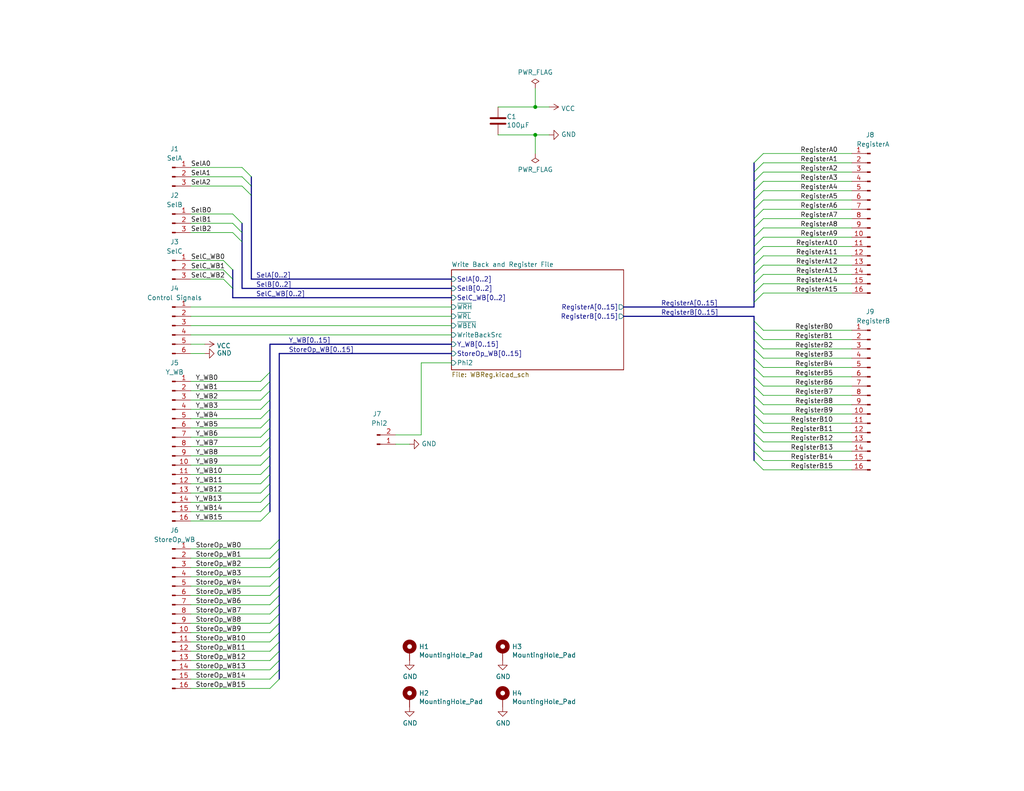
<source format=kicad_sch>
(kicad_sch (version 20230121) (generator eeschema)
  (paper "USLetter")
  (title_block (title "Turtle16: Write Back and Register File") (date "2023-11-04") (rev "B"))
  (lib_symbols
    (symbol "Connector:Conn_01x02_Pin" (pin_names (offset 1.016) hide)
      (property "Reference" "J" (at 0 2.54 0))
      (property "Value" "Conn_01x02_Pin" (at 0 -5.08 0))
      (symbol "Conn_01x02_Pin_1_1"
        (polyline (pts (xy 1.27 -2.54) (xy 0.8636 -2.54)) (stroke (width 0.1524)))
        (polyline (pts (xy 1.27 0) (xy 0.8636 0)) (stroke (width 0.1524)))
        (rectangle (start 0.8636 -2.413) (end 0 -2.667) (stroke (width 0.1524)) (fill (type outline)))
        (rectangle (start 0.8636 0.127) (end 0 -0.127) (stroke (width 0.1524)) (fill (type outline)))
        (pin passive line (at 5.08 0 180) (length 3.81) (name "Pin_1") (number "1"))
        (pin passive line (at 5.08 -2.54 180) (length 3.81) (name "Pin_2") (number "2"))
      )
    )
    (symbol "Connector:Conn_01x03_Pin" (pin_names (offset 1.016) hide)
      (property "Reference" "J" (at 0 5.08 0))
      (property "Value" "Conn_01x03_Pin" (at 0 -5.08 0))
      (symbol "Conn_01x03_Pin_1_1"
        (polyline (pts (xy 1.27 -2.54) (xy 0.8636 -2.54)) (stroke (width 0.1524)))
        (polyline (pts (xy 1.27 0) (xy 0.8636 0)) (stroke (width 0.1524)))
        (polyline (pts (xy 1.27 2.54) (xy 0.8636 2.54)) (stroke (width 0.1524)))
        (rectangle (start 0.8636 -2.413) (end 0 -2.667) (stroke (width 0.1524)) (fill (type outline)))
        (rectangle (start 0.8636 0.127) (end 0 -0.127) (stroke (width 0.1524)) (fill (type outline)))
        (rectangle (start 0.8636 2.667) (end 0 2.413) (stroke (width 0.1524)) (fill (type outline)))
        (pin passive line (at 5.08 2.54 180) (length 3.81) (name "Pin_1") (number "1"))
        (pin passive line (at 5.08 0 180) (length 3.81) (name "Pin_2") (number "2"))
        (pin passive line (at 5.08 -2.54 180) (length 3.81) (name "Pin_3") (number "3"))
      )
    )
    (symbol "Connector:Conn_01x06_Pin" (pin_names (offset 1.016) hide)
      (property "Reference" "J" (at 0 7.62 0))
      (property "Value" "Conn_01x06_Pin" (at 0 -10.16 0))
      (symbol "Conn_01x06_Pin_1_1"
        (polyline (pts (xy 1.27 -7.62) (xy 0.8636 -7.62)) (stroke (width 0.1524)))
        (polyline (pts (xy 1.27 -5.08) (xy 0.8636 -5.08)) (stroke (width 0.1524)))
        (polyline (pts (xy 1.27 -2.54) (xy 0.8636 -2.54)) (stroke (width 0.1524)))
        (polyline (pts (xy 1.27 0) (xy 0.8636 0)) (stroke (width 0.1524)))
        (polyline (pts (xy 1.27 2.54) (xy 0.8636 2.54)) (stroke (width 0.1524)))
        (polyline (pts (xy 1.27 5.08) (xy 0.8636 5.08)) (stroke (width 0.1524)))
        (rectangle (start 0.8636 -7.493) (end 0 -7.747) (stroke (width 0.1524)) (fill (type outline)))
        (rectangle (start 0.8636 -4.953) (end 0 -5.207) (stroke (width 0.1524)) (fill (type outline)))
        (rectangle (start 0.8636 -2.413) (end 0 -2.667) (stroke (width 0.1524)) (fill (type outline)))
        (rectangle (start 0.8636 0.127) (end 0 -0.127) (stroke (width 0.1524)) (fill (type outline)))
        (rectangle (start 0.8636 2.667) (end 0 2.413) (stroke (width 0.1524)) (fill (type outline)))
        (rectangle (start 0.8636 5.207) (end 0 4.953) (stroke (width 0.1524)) (fill (type outline)))
        (pin passive line (at 5.08 5.08 180) (length 3.81) (name "Pin_1") (number "1"))
        (pin passive line (at 5.08 2.54 180) (length 3.81) (name "Pin_2") (number "2"))
        (pin passive line (at 5.08 0 180) (length 3.81) (name "Pin_3") (number "3"))
        (pin passive line (at 5.08 -2.54 180) (length 3.81) (name "Pin_4") (number "4"))
        (pin passive line (at 5.08 -5.08 180) (length 3.81) (name "Pin_5") (number "5"))
        (pin passive line (at 5.08 -7.62 180) (length 3.81) (name "Pin_6") (number "6"))
      )
    )
    (symbol "Connector:Conn_01x16_Pin" (pin_names (offset 1.016) hide)
      (property "Reference" "J" (at 0 20.32 0))
      (property "Value" "Conn_01x16_Pin" (at 0 -22.86 0))
      (symbol "Conn_01x16_Pin_1_1"
        (polyline (pts (xy 1.27 -20.32) (xy 0.8636 -20.32)) (stroke (width 0.1524)))
        (polyline (pts (xy 1.27 -17.78) (xy 0.8636 -17.78)) (stroke (width 0.1524)))
        (polyline (pts (xy 1.27 -15.24) (xy 0.8636 -15.24)) (stroke (width 0.1524)))
        (polyline (pts (xy 1.27 -12.7) (xy 0.8636 -12.7)) (stroke (width 0.1524)))
        (polyline (pts (xy 1.27 -10.16) (xy 0.8636 -10.16)) (stroke (width 0.1524)))
        (polyline (pts (xy 1.27 -7.62) (xy 0.8636 -7.62)) (stroke (width 0.1524)))
        (polyline (pts (xy 1.27 -5.08) (xy 0.8636 -5.08)) (stroke (width 0.1524)))
        (polyline (pts (xy 1.27 -2.54) (xy 0.8636 -2.54)) (stroke (width 0.1524)))
        (polyline (pts (xy 1.27 0) (xy 0.8636 0)) (stroke (width 0.1524)))
        (polyline (pts (xy 1.27 2.54) (xy 0.8636 2.54)) (stroke (width 0.1524)))
        (polyline (pts (xy 1.27 5.08) (xy 0.8636 5.08)) (stroke (width 0.1524)))
        (polyline (pts (xy 1.27 7.62) (xy 0.8636 7.62)) (stroke (width 0.1524)))
        (polyline (pts (xy 1.27 10.16) (xy 0.8636 10.16)) (stroke (width 0.1524)))
        (polyline (pts (xy 1.27 12.7) (xy 0.8636 12.7)) (stroke (width 0.1524)))
        (polyline (pts (xy 1.27 15.24) (xy 0.8636 15.24)) (stroke (width 0.1524)))
        (polyline (pts (xy 1.27 17.78) (xy 0.8636 17.78)) (stroke (width 0.1524)))
        (rectangle (start 0.8636 -20.193) (end 0 -20.447) (stroke (width 0.1524)) (fill (type outline)))
        (rectangle (start 0.8636 -17.653) (end 0 -17.907) (stroke (width 0.1524)) (fill (type outline)))
        (rectangle (start 0.8636 -15.113) (end 0 -15.367) (stroke (width 0.1524)) (fill (type outline)))
        (rectangle (start 0.8636 -12.573) (end 0 -12.827) (stroke (width 0.1524)) (fill (type outline)))
        (rectangle (start 0.8636 -10.033) (end 0 -10.287) (stroke (width 0.1524)) (fill (type outline)))
        (rectangle (start 0.8636 -7.493) (end 0 -7.747) (stroke (width 0.1524)) (fill (type outline)))
        (rectangle (start 0.8636 -4.953) (end 0 -5.207) (stroke (width 0.1524)) (fill (type outline)))
        (rectangle (start 0.8636 -2.413) (end 0 -2.667) (stroke (width 0.1524)) (fill (type outline)))
        (rectangle (start 0.8636 0.127) (end 0 -0.127) (stroke (width 0.1524)) (fill (type outline)))
        (rectangle (start 0.8636 2.667) (end 0 2.413) (stroke (width 0.1524)) (fill (type outline)))
        (rectangle (start 0.8636 5.207) (end 0 4.953) (stroke (width 0.1524)) (fill (type outline)))
        (rectangle (start 0.8636 7.747) (end 0 7.493) (stroke (width 0.1524)) (fill (type outline)))
        (rectangle (start 0.8636 10.287) (end 0 10.033) (stroke (width 0.1524)) (fill (type outline)))
        (rectangle (start 0.8636 12.827) (end 0 12.573) (stroke (width 0.1524)) (fill (type outline)))
        (rectangle (start 0.8636 15.367) (end 0 15.113) (stroke (width 0.1524)) (fill (type outline)))
        (rectangle (start 0.8636 17.907) (end 0 17.653) (stroke (width 0.1524)) (fill (type outline)))
        (pin passive line (at 5.08 17.78 180) (length 3.81) (name "Pin_1") (number "1"))
        (pin passive line (at 5.08 -5.08 180) (length 3.81) (name "Pin_10") (number "10"))
        (pin passive line (at 5.08 -7.62 180) (length 3.81) (name "Pin_11") (number "11"))
        (pin passive line (at 5.08 -10.16 180) (length 3.81) (name "Pin_12") (number "12"))
        (pin passive line (at 5.08 -12.7 180) (length 3.81) (name "Pin_13") (number "13"))
        (pin passive line (at 5.08 -15.24 180) (length 3.81) (name "Pin_14") (number "14"))
        (pin passive line (at 5.08 -17.78 180) (length 3.81) (name "Pin_15") (number "15"))
        (pin passive line (at 5.08 -20.32 180) (length 3.81) (name "Pin_16") (number "16"))
        (pin passive line (at 5.08 15.24 180) (length 3.81) (name "Pin_2") (number "2"))
        (pin passive line (at 5.08 12.7 180) (length 3.81) (name "Pin_3") (number "3"))
        (pin passive line (at 5.08 10.16 180) (length 3.81) (name "Pin_4") (number "4"))
        (pin passive line (at 5.08 7.62 180) (length 3.81) (name "Pin_5") (number "5"))
        (pin passive line (at 5.08 5.08 180) (length 3.81) (name "Pin_6") (number "6"))
        (pin passive line (at 5.08 2.54 180) (length 3.81) (name "Pin_7") (number "7"))
        (pin passive line (at 5.08 0 180) (length 3.81) (name "Pin_8") (number "8"))
        (pin passive line (at 5.08 -2.54 180) (length 3.81) (name "Pin_9") (number "9"))
      )
    )
    (symbol "Device:C" (pin_numbers hide) (pin_names (offset 0.254))
      (property "Reference" "C" (at 0.635 2.54 0))
      (property "Value" "C" (at 0.635 -2.54 0))
      (symbol "C_0_1"
        (polyline (pts (xy -2.032 -0.762) (xy 2.032 -0.762)) (stroke (width 0.508)))
        (polyline (pts (xy -2.032 0.762) (xy 2.032 0.762)) (stroke (width 0.508)))
      )
      (symbol "C_1_1"
        (pin passive line (at 0 3.81 270) (length 2.794) (name "~") (number "1"))
        (pin passive line (at 0 -3.81 90) (length 2.794) (name "~") (number "2"))
      )
    )
    (symbol "Mechanical:MountingHole_Pad" (pin_numbers hide) (pin_names (offset 1.016) hide)
      (property "Reference" "H" (at 0 6.35 0))
      (property "Value" "MountingHole_Pad" (at 0 4.445 0))
      (symbol "MountingHole_Pad_0_1"
        (circle (center 0 1.27) (radius 1.27) (stroke (width 1.27)))
      )
      (symbol "MountingHole_Pad_1_1"
        (pin input line (at 0 -2.54 90) (length 2.54) (name "1") (number "1"))
      )
    )
    (symbol "power:GND" (power) (pin_names (offset 0))
      (property "Value" "GND" (at 0 -3.81 0))
      (symbol "GND_0_1"
        (polyline (pts (xy 0 0) (xy 0 -1.27) (xy 1.27 -1.27) (xy 0 -2.54) (xy -1.27 -1.27) (xy 0 -1.27)))
      )
      (symbol "GND_1_1"
        (pin power_in line (at 0 0 270) (length 0) hide (name "GND") (number "1"))
      )
    )
    (symbol "power:PWR_FLAG" (power) (pin_numbers hide) (pin_names (offset 0) hide)
      (property "Value" "PWR_FLAG" (at 0 3.81 0))
      (symbol "PWR_FLAG_0_0"
        (pin power_out line (at 0 0 90) (length 0) (name "pwr") (number "1"))
      )
      (symbol "PWR_FLAG_0_1"
        (polyline (pts (xy 0 0) (xy 0 1.27) (xy -1.016 1.905) (xy 0 2.54) (xy 1.016 1.905) (xy 0 1.27)))
      )
    )
    (symbol "power:VCC" (power) (pin_names (offset 0))
      (property "Value" "VCC" (at 0 3.81 0))
      (symbol "VCC_0_1"
        (polyline (pts (xy -0.762 1.27) (xy 0 2.54)))
        (polyline (pts (xy 0 0) (xy 0 2.54)))
        (polyline (pts (xy 0 2.54) (xy 0.762 1.27)))
      )
      (symbol "VCC_1_1"
        (pin power_in line (at 0 0 90) (length 0) hide (name "VCC") (number "1"))
      )
    )
  )
  (junction (at 146.05 36.83))
  (junction (at 146.05 29.21))
  (bus_entry (at 208.28 128.27) (size -2.54 -2.54))
  (bus_entry (at 208.28 120.65) (size -2.54 -2.54))
  (bus_entry (at 73.66 157.48) (size 2.54 -2.54))
  (bus_entry (at 208.28 80.01) (size -2.54 2.54))
  (bus_entry (at 73.66 177.8) (size 2.54 -2.54))
  (bus_entry (at 208.28 102.87) (size -2.54 -2.54))
  (bus_entry (at 71.12 127) (size 2.54 -2.54))
  (bus_entry (at 208.28 97.79) (size -2.54 -2.54))
  (bus_entry (at 208.28 77.47) (size -2.54 2.54))
  (bus_entry (at 68.58 53.34) (size -2.54 -2.54))
  (bus_entry (at 208.28 44.45) (size -2.54 2.54))
  (bus_entry (at 63.5 78.74) (size -2.54 -2.54))
  (bus_entry (at 71.12 106.68) (size 2.54 -2.54))
  (bus_entry (at 73.66 167.64) (size 2.54 -2.54))
  (bus_entry (at 208.28 57.15) (size -2.54 2.54))
  (bus_entry (at 208.28 107.95) (size -2.54 -2.54))
  (bus_entry (at 208.28 123.19) (size -2.54 -2.54))
  (bus_entry (at 208.28 125.73) (size -2.54 -2.54))
  (bus_entry (at 208.28 105.41) (size -2.54 -2.54))
  (bus_entry (at 208.28 69.85) (size -2.54 2.54))
  (bus_entry (at 71.12 119.38) (size 2.54 -2.54))
  (bus_entry (at 71.12 116.84) (size 2.54 -2.54))
  (bus_entry (at 208.28 92.71) (size -2.54 -2.54))
  (bus_entry (at 68.58 48.26) (size -2.54 -2.54))
  (bus_entry (at 73.66 165.1) (size 2.54 -2.54))
  (bus_entry (at 71.12 132.08) (size 2.54 -2.54))
  (bus_entry (at 73.66 152.4) (size 2.54 -2.54))
  (bus_entry (at 208.28 62.23) (size -2.54 2.54))
  (bus_entry (at 208.28 52.07) (size -2.54 2.54))
  (bus_entry (at 208.28 113.03) (size -2.54 -2.54))
  (bus_entry (at 73.66 180.34) (size 2.54 -2.54))
  (bus_entry (at 71.12 137.16) (size 2.54 -2.54))
  (bus_entry (at 71.12 124.46) (size 2.54 -2.54))
  (bus_entry (at 73.66 162.56) (size 2.54 -2.54))
  (bus_entry (at 68.58 50.8) (size -2.54 -2.54))
  (bus_entry (at 208.28 74.93) (size -2.54 2.54))
  (bus_entry (at 71.12 129.54) (size 2.54 -2.54))
  (bus_entry (at 208.28 59.69) (size -2.54 2.54))
  (bus_entry (at 71.12 139.7) (size 2.54 -2.54))
  (bus_entry (at 73.66 154.94) (size 2.54 -2.54))
  (bus_entry (at 208.28 115.57) (size -2.54 -2.54))
  (bus_entry (at 63.5 76.2) (size -2.54 -2.54))
  (bus_entry (at 208.28 118.11) (size -2.54 -2.54))
  (bus_entry (at 73.66 175.26) (size 2.54 -2.54))
  (bus_entry (at 73.66 170.18) (size 2.54 -2.54))
  (bus_entry (at 208.28 49.53) (size -2.54 2.54))
  (bus_entry (at 73.66 149.86) (size 2.54 -2.54))
  (bus_entry (at 208.28 100.33) (size -2.54 -2.54))
  (bus_entry (at 73.66 160.02) (size 2.54 -2.54))
  (bus_entry (at 66.04 63.5) (size -2.54 -2.54))
  (bus_entry (at 73.66 172.72) (size 2.54 -2.54))
  (bus_entry (at 208.28 110.49) (size -2.54 -2.54))
  (bus_entry (at 208.28 72.39) (size -2.54 2.54))
  (bus_entry (at 71.12 114.3) (size 2.54 -2.54))
  (bus_entry (at 71.12 109.22) (size 2.54 -2.54))
  (bus_entry (at 71.12 104.14) (size 2.54 -2.54))
  (bus_entry (at 71.12 111.76) (size 2.54 -2.54))
  (bus_entry (at 73.66 185.42) (size 2.54 -2.54))
  (bus_entry (at 71.12 142.24) (size 2.54 -2.54))
  (bus_entry (at 208.28 90.17) (size -2.54 -2.54))
  (bus_entry (at 63.5 73.66) (size -2.54 -2.54))
  (bus_entry (at 73.66 187.96) (size 2.54 -2.54))
  (bus_entry (at 66.04 60.96) (size -2.54 -2.54))
  (bus_entry (at 208.28 95.25) (size -2.54 -2.54))
  (bus_entry (at 208.28 41.91) (size -2.54 2.54))
  (bus_entry (at 73.66 182.88) (size 2.54 -2.54))
  (bus_entry (at 208.28 54.61) (size -2.54 2.54))
  (bus_entry (at 208.28 64.77) (size -2.54 2.54))
  (bus_entry (at 208.28 46.99) (size -2.54 2.54))
  (bus_entry (at 71.12 134.62) (size 2.54 -2.54))
  (bus_entry (at 71.12 121.92) (size 2.54 -2.54))
  (bus_entry (at 208.28 67.31) (size -2.54 2.54))
  (bus_entry (at 66.04 66.04) (size -2.54 -2.54))
  (bus (pts (xy 205.74 110.49) (xy 205.74 113.03)))
  (wire (pts (xy 232.41 113.03) (xy 208.28 113.03)))
  (wire (pts (xy 232.41 80.01) (xy 208.28 80.01)))
  (bus (pts (xy 205.74 90.17) (xy 205.74 92.71)))
  (wire (pts (xy 52.07 116.84) (xy 71.12 116.84)))
  (bus (pts (xy 205.74 69.85) (xy 205.74 72.39)))
  (wire (pts (xy 232.41 95.25) (xy 208.28 95.25)))
  (bus (pts (xy 68.58 48.26) (xy 68.58 50.8)))
  (bus (pts (xy 205.74 97.79) (xy 205.74 100.33)))
  (bus (pts (xy 76.2 165.1) (xy 76.2 167.64)))
  (bus (pts (xy 76.2 160.02) (xy 76.2 162.56)))
  (wire (pts (xy 135.89 36.83) (xy 146.05 36.83)))
  (wire (pts (xy 52.07 119.38) (xy 71.12 119.38)))
  (wire (pts (xy 52.07 104.14) (xy 71.12 104.14)))
  (wire (pts (xy 114.935 99.06) (xy 114.935 118.745)))
  (bus (pts (xy 205.74 102.87) (xy 205.74 105.41)))
  (bus (pts (xy 205.74 115.57) (xy 205.74 118.11)))
  (wire (pts (xy 123.19 99.06) (xy 114.935 99.06)))
  (wire (pts (xy 52.07 124.46) (xy 71.12 124.46)))
  (bus (pts (xy 76.2 149.86) (xy 76.2 152.4)))
  (wire (pts (xy 52.07 142.24) (xy 71.12 142.24)))
  (wire (pts (xy 52.07 177.8) (xy 73.66 177.8)))
  (wire (pts (xy 232.41 128.27) (xy 208.28 128.27)))
  (wire (pts (xy 232.41 64.77) (xy 208.28 64.77)))
  (wire (pts (xy 52.07 48.26) (xy 66.04 48.26)))
  (bus (pts (xy 170.18 86.36) (xy 205.74 86.36)))
  (bus (pts (xy 73.66 134.62) (xy 73.66 137.16)))
  (bus (pts (xy 76.2 172.72) (xy 76.2 175.26)))
  (bus (pts (xy 205.74 49.53) (xy 205.74 52.07)))
  (bus (pts (xy 170.18 83.82) (xy 205.74 83.82)))
  (bus (pts (xy 205.74 92.71) (xy 205.74 95.25)))
  (wire (pts (xy 52.07 111.76) (xy 71.12 111.76)))
  (wire (pts (xy 52.07 86.36) (xy 123.19 86.36)))
  (wire (pts (xy 52.07 121.92) (xy 71.12 121.92)))
  (bus (pts (xy 123.19 93.98) (xy 73.66 93.98)))
  (bus (pts (xy 205.74 44.45) (xy 205.74 46.99)))
  (wire (pts (xy 232.41 115.57) (xy 208.28 115.57)))
  (bus (pts (xy 73.66 132.08) (xy 73.66 134.62)))
  (wire (pts (xy 232.41 41.91) (xy 208.28 41.91)))
  (wire (pts (xy 232.41 69.85) (xy 208.28 69.85)))
  (bus (pts (xy 205.74 54.61) (xy 205.74 57.15)))
  (bus (pts (xy 73.66 129.54) (xy 73.66 132.08)))
  (wire (pts (xy 232.41 46.99) (xy 208.28 46.99)))
  (bus (pts (xy 205.74 64.77) (xy 205.74 67.31)))
  (bus (pts (xy 73.66 93.98) (xy 73.66 101.6)))
  (wire (pts (xy 232.41 92.71) (xy 208.28 92.71)))
  (wire (pts (xy 232.41 90.17) (xy 208.28 90.17)))
  (wire (pts (xy 149.86 29.21) (xy 146.05 29.21)))
  (bus (pts (xy 76.2 180.34) (xy 76.2 182.88)))
  (wire (pts (xy 232.41 120.65) (xy 208.28 120.65)))
  (wire (pts (xy 52.07 60.96) (xy 63.5 60.96)))
  (bus (pts (xy 66.04 60.96) (xy 66.04 63.5)))
  (bus (pts (xy 205.74 120.65) (xy 205.74 123.19)))
  (bus (pts (xy 68.58 53.34) (xy 68.58 76.2)))
  (bus (pts (xy 76.2 175.26) (xy 76.2 177.8)))
  (wire (pts (xy 232.41 52.07) (xy 208.28 52.07)))
  (bus (pts (xy 205.74 107.95) (xy 205.74 110.49)))
  (bus (pts (xy 205.74 62.23) (xy 205.74 64.77)))
  (bus (pts (xy 205.74 52.07) (xy 205.74 54.61)))
  (wire (pts (xy 107.95 121.285) (xy 111.76 121.285)))
  (bus (pts (xy 76.2 182.88) (xy 76.2 185.42)))
  (wire (pts (xy 52.07 180.34) (xy 73.66 180.34)))
  (wire (pts (xy 52.07 182.88) (xy 73.66 182.88)))
  (bus (pts (xy 205.74 57.15) (xy 205.74 59.69)))
  (wire (pts (xy 52.07 137.16) (xy 71.12 137.16)))
  (bus (pts (xy 205.74 59.69) (xy 205.74 62.23)))
  (bus (pts (xy 205.74 105.41) (xy 205.74 107.95)))
  (wire (pts (xy 52.07 149.86) (xy 73.66 149.86)))
  (wire (pts (xy 52.07 152.4) (xy 73.66 152.4)))
  (bus (pts (xy 76.2 147.32) (xy 76.2 149.86)))
  (wire (pts (xy 52.07 83.82) (xy 123.19 83.82)))
  (wire (pts (xy 232.41 72.39) (xy 208.28 72.39)))
  (bus (pts (xy 205.74 86.36) (xy 205.74 87.63)))
  (wire (pts (xy 52.07 187.96) (xy 73.66 187.96)))
  (bus (pts (xy 205.74 118.11) (xy 205.74 120.65)))
  (wire (pts (xy 232.41 105.41) (xy 208.28 105.41)))
  (wire (pts (xy 232.41 67.31) (xy 208.28 67.31)))
  (wire (pts (xy 52.07 132.08) (xy 71.12 132.08)))
  (wire (pts (xy 52.07 172.72) (xy 73.66 172.72)))
  (wire (pts (xy 52.07 139.7) (xy 71.12 139.7)))
  (wire (pts (xy 232.41 97.79) (xy 208.28 97.79)))
  (wire (pts (xy 232.41 110.49) (xy 208.28 110.49)))
  (wire (pts (xy 52.07 114.3) (xy 71.12 114.3)))
  (wire (pts (xy 52.07 185.42) (xy 73.66 185.42)))
  (bus (pts (xy 73.66 106.68) (xy 73.66 109.22)))
  (wire (pts (xy 52.07 58.42) (xy 63.5 58.42)))
  (bus (pts (xy 76.2 162.56) (xy 76.2 165.1)))
  (bus (pts (xy 123.19 81.28) (xy 63.5 81.28)))
  (wire (pts (xy 232.41 59.69) (xy 208.28 59.69)))
  (bus (pts (xy 73.66 121.92) (xy 73.66 124.46)))
  (wire (pts (xy 146.05 24.13) (xy 146.05 29.21)))
  (bus (pts (xy 73.66 114.3) (xy 73.66 116.84)))
  (wire (pts (xy 232.41 118.11) (xy 208.28 118.11)))
  (wire (pts (xy 232.41 49.53) (xy 208.28 49.53)))
  (bus (pts (xy 68.58 76.2) (xy 123.19 76.2)))
  (bus (pts (xy 76.2 177.8) (xy 76.2 180.34)))
  (wire (pts (xy 52.07 175.26) (xy 73.66 175.26)))
  (bus (pts (xy 205.74 72.39) (xy 205.74 74.93)))
  (bus (pts (xy 76.2 167.64) (xy 76.2 170.18)))
  (wire (pts (xy 232.41 123.19) (xy 208.28 123.19)))
  (wire (pts (xy 52.07 71.12) (xy 60.96 71.12)))
  (wire (pts (xy 232.41 74.93) (xy 208.28 74.93)))
  (bus (pts (xy 73.66 101.6) (xy 73.66 104.14)))
  (wire (pts (xy 52.07 106.68) (xy 71.12 106.68)))
  (bus (pts (xy 76.2 157.48) (xy 76.2 160.02)))
  (bus (pts (xy 73.66 137.16) (xy 73.66 139.7)))
  (bus (pts (xy 205.74 113.03) (xy 205.74 115.57)))
  (wire (pts (xy 52.07 162.56) (xy 73.66 162.56)))
  (bus (pts (xy 73.66 124.46) (xy 73.66 127)))
  (bus (pts (xy 73.66 111.76) (xy 73.66 114.3)))
  (wire (pts (xy 114.935 118.745) (xy 107.95 118.745)))
  (wire (pts (xy 146.05 41.91) (xy 146.05 36.83)))
  (bus (pts (xy 63.5 73.66) (xy 63.5 76.2)))
  (wire (pts (xy 232.41 125.73) (xy 208.28 125.73)))
  (wire (pts (xy 232.41 102.87) (xy 208.28 102.87)))
  (wire (pts (xy 52.07 91.44) (xy 123.19 91.44)))
  (bus (pts (xy 205.74 82.55) (xy 205.74 83.82)))
  (wire (pts (xy 52.07 109.22) (xy 71.12 109.22)))
  (wire (pts (xy 232.41 54.61) (xy 208.28 54.61)))
  (bus (pts (xy 76.2 96.52) (xy 76.2 147.32)))
  (bus (pts (xy 76.2 170.18) (xy 76.2 172.72)))
  (wire (pts (xy 232.41 44.45) (xy 208.28 44.45)))
  (bus (pts (xy 73.66 127) (xy 73.66 129.54)))
  (bus (pts (xy 205.74 87.63) (xy 205.74 90.17)))
  (wire (pts (xy 52.07 45.72) (xy 66.04 45.72)))
  (wire (pts (xy 52.07 88.9) (xy 123.19 88.9)))
  (wire (pts (xy 52.07 73.66) (xy 60.96 73.66)))
  (bus (pts (xy 63.5 76.2) (xy 63.5 78.74)))
  (bus (pts (xy 205.74 74.93) (xy 205.74 77.47)))
  (wire (pts (xy 232.41 77.47) (xy 208.28 77.47)))
  (bus (pts (xy 66.04 63.5) (xy 66.04 66.04)))
  (wire (pts (xy 52.07 165.1) (xy 73.66 165.1)))
  (bus (pts (xy 68.58 50.8) (xy 68.58 53.34)))
  (wire (pts (xy 52.07 160.02) (xy 73.66 160.02)))
  (wire (pts (xy 232.41 62.23) (xy 208.28 62.23)))
  (wire (pts (xy 52.07 129.54) (xy 71.12 129.54)))
  (wire (pts (xy 55.88 93.98) (xy 52.07 93.98)))
  (bus (pts (xy 73.66 104.14) (xy 73.66 106.68)))
  (bus (pts (xy 205.74 95.25) (xy 205.74 97.79)))
  (wire (pts (xy 146.05 36.83) (xy 149.86 36.83)))
  (bus (pts (xy 123.19 96.52) (xy 76.2 96.52)))
  (wire (pts (xy 232.41 107.95) (xy 208.28 107.95)))
  (bus (pts (xy 66.04 66.04) (xy 66.04 78.74)))
  (wire (pts (xy 135.89 29.21) (xy 146.05 29.21)))
  (bus (pts (xy 205.74 100.33) (xy 205.74 102.87)))
  (bus (pts (xy 205.74 46.99) (xy 205.74 49.53)))
  (bus (pts (xy 205.74 123.19) (xy 205.74 125.73)))
  (bus (pts (xy 73.66 116.84) (xy 73.66 119.38)))
  (bus (pts (xy 205.74 80.01) (xy 205.74 82.55)))
  (wire (pts (xy 232.41 57.15) (xy 208.28 57.15)))
  (wire (pts (xy 52.07 63.5) (xy 63.5 63.5)))
  (bus (pts (xy 205.74 77.47) (xy 205.74 80.01)))
  (wire (pts (xy 232.41 100.33) (xy 208.28 100.33)))
  (bus (pts (xy 73.66 119.38) (xy 73.66 121.92)))
  (wire (pts (xy 52.07 157.48) (xy 73.66 157.48)))
  (bus (pts (xy 205.74 67.31) (xy 205.74 69.85)))
  (wire (pts (xy 52.07 96.52) (xy 55.88 96.52)))
  (bus (pts (xy 76.2 154.94) (xy 76.2 157.48)))
  (bus (pts (xy 63.5 78.74) (xy 63.5 81.28)))
  (wire (pts (xy 52.07 76.2) (xy 60.96 76.2)))
  (wire (pts (xy 52.07 170.18) (xy 73.66 170.18)))
  (wire (pts (xy 52.07 127) (xy 71.12 127)))
  (wire (pts (xy 52.07 154.94) (xy 73.66 154.94)))
  (wire (pts (xy 52.07 167.64) (xy 73.66 167.64)))
  (bus (pts (xy 66.04 78.74) (xy 123.19 78.74)))
  (bus (pts (xy 73.66 109.22) (xy 73.66 111.76)))
  (bus (pts (xy 76.2 152.4) (xy 76.2 154.94)))
  (wire (pts (xy 52.07 134.62) (xy 71.12 134.62)))
  (wire (pts (xy 52.07 50.8) (xy 66.04 50.8)))
  (label "StoreOp_WB3" (at 53.34 157.48 0))
  (label "RegisterA4" (at 228.6 52.07 180))
  (label "RegisterB15" (at 227.33 128.27 180))
  (label "StoreOp_WB[0..15]" (at 78.74 96.52 0))
  (label "SelC_WB0" (at 52.07 71.12 0))
  (label "RegisterA13" (at 228.6 74.93 180))
  (label "RegisterA0" (at 228.6 41.91 180))
  (label "Y_WB1" (at 53.34 106.68 0))
  (label "RegisterA[0..15]" (at 180.34 83.82 0))
  (label "SelB1" (at 52.07 60.96 0))
  (label "StoreOp_WB7" (at 53.34 167.64 0))
  (label "SelB[0..2]" (at 69.85 78.74 0))
  (label "Y_WB13" (at 53.2146 137.16 0))
  (label "StoreOp_WB9" (at 53.34 172.72 0))
  (label "StoreOp_WB2" (at 53.34 154.94 0))
  (label "StoreOp_WB15" (at 53.34 187.96 0))
  (label "RegisterA8" (at 228.6 62.23 180))
  (label "RegisterA5" (at 228.6 54.61 180))
  (label "RegisterB13" (at 227.33 123.19 180))
  (label "StoreOp_WB8" (at 53.34 170.18 0))
  (label "SelC_WB2" (at 52.07 76.2 0))
  (label "Y_WB14" (at 53.34 139.7 0))
  (label "Y_WB11" (at 53.34 132.08 0))
  (label "RegisterA3" (at 228.6 49.53 180))
  (label "StoreOp_WB14" (at 53.34 185.42 0))
  (label "Y_WB7" (at 53.34 121.92 0))
  (label "Y_WB4" (at 53.34 114.3 0))
  (label "RegisterB9" (at 227.33 113.03 180))
  (label "StoreOp_WB1" (at 53.34 152.4 0))
  (label "StoreOp_WB11" (at 53.34 177.8 0))
  (label "RegisterB12" (at 227.33 120.65 180))
  (label "SelA1" (at 52.07 48.26 0))
  (label "RegisterB1" (at 227.33 92.71 180))
  (label "StoreOp_WB13" (at 53.34 182.88 0))
  (label "RegisterB2" (at 227.33 95.25 180))
  (label "RegisterA10" (at 228.6 67.31 180))
  (label "SelC_WB[0..2]" (at 69.85 81.28 0))
  (label "RegisterA11" (at 228.6 69.85 180))
  (label "RegisterA15" (at 228.6 80.01 180))
  (label "RegisterB11" (at 227.33 118.11 180))
  (label "SelB2" (at 52.07 63.5 0))
  (label "RegisterB10" (at 227.33 115.57 180))
  (label "RegisterB8" (at 227.33 110.49 180))
  (label "Y_WB3" (at 53.34 111.76 0))
  (label "StoreOp_WB12" (at 53.34 180.34 0))
  (label "Y_WB[0..15]" (at 78.74 93.98 0))
  (label "SelA[0..2]" (at 69.85 76.2 0))
  (label "Y_WB6" (at 53.34 119.38 0))
  (label "StoreOp_WB0" (at 53.34 149.86 0))
  (label "Y_WB0" (at 53.34 104.14 0))
  (label "RegisterA9" (at 228.6 64.77 180))
  (label "Y_WB8" (at 53.34 124.46 0))
  (label "RegisterB7" (at 227.33 107.95 180))
  (label "SelA2" (at 52.07 50.8 0))
  (label "SelB0" (at 52.07 58.42 0))
  (label "RegisterA7" (at 228.6 59.69 180))
  (label "RegisterA6" (at 228.6 57.15 180))
  (label "RegisterA1" (at 228.6 44.45 180))
  (label "RegisterA2" (at 228.6 46.99 180))
  (label "Y_WB12" (at 53.34 134.62 0))
  (label "Y_WB5" (at 53.34 116.84 0))
  (label "RegisterA14" (at 228.6 77.47 180))
  (label "Y_WB15" (at 53.34 142.24 0))
  (label "StoreOp_WB6" (at 53.34 165.1 0))
  (label "Y_WB10" (at 53.34 129.54 0))
  (label "RegisterB[0..15]" (at 180.34 86.36 0))
  (label "SelC_WB1" (at 52.07 73.66 0))
  (label "Y_WB9" (at 53.34 127 0))
  (label "StoreOp_WB10" (at 53.34 175.26 0))
  (label "RegisterA12" (at 228.6 72.39 180))
  (label "StoreOp_WB4" (at 53.34 160.02 0))
  (label "RegisterB14" (at 227.33 125.73 180))
  (label "RegisterB0" (at 227.33 90.17 180))
  (label "Y_WB2" (at 53.34 109.22 0))
  (label "RegisterB3" (at 227.33 97.79 180))
  (label "RegisterB5" (at 227.33 102.87 180))
  (label "RegisterB6" (at 227.33 105.41 180))
  (label "StoreOp_WB5" (at 53.34 162.56 0))
  (label "SelA0" (at 52.07 45.72 0))
  (label "RegisterB4" (at 227.33 100.33 180))
  (symbol (lib_id "Mechanical:MountingHole_Pad") (at 111.76 177.8 0) (unit 1)
    (property "Reference" "H1" (at 114.3 176.5554 0) (effects (justify left)))
    (property "Value" "MountingHole_Pad" (at 114.3 178.8668 0) (effects (justify left)))
    (property "Footprint" "MountingHole:MountingHole_3.2mm_M3_Pad" (effects hide))
  )
  (symbol (lib_id "Mechanical:MountingHole_Pad") (at 137.16 177.8 0) (unit 1)
    (property "Reference" "H3" (at 139.7 176.5554 0) (effects (justify left)))
    (property "Value" "MountingHole_Pad" (at 139.7 178.8668 0) (effects (justify left)))
    (property "Footprint" "MountingHole:MountingHole_3.2mm_M3_Pad" (effects hide))
  )
  (symbol (lib_id "power:GND") (at 111.76 180.34 0) (unit 1)
    (property "Reference" "#PWR04" (effects hide))
    (property "Value" "GND" (at 111.887 184.7342 0))
  )
  (symbol (lib_id "power:GND") (at 137.16 180.34 0) (unit 1)
    (property "Reference" "#PWR06" (effects hide))
    (property "Value" "GND" (at 137.287 184.7342 0))
  )
  (symbol (lib_id "Mechanical:MountingHole_Pad") (at 111.76 190.5 0) (unit 1)
    (property "Reference" "H2" (at 114.3 189.2554 0) (effects (justify left)))
    (property "Value" "MountingHole_Pad" (at 114.3 191.5668 0) (effects (justify left)))
    (property "Footprint" "MountingHole:MountingHole_3.2mm_M3_Pad" (effects hide))
  )
  (symbol (lib_id "Mechanical:MountingHole_Pad") (at 137.16 190.5 0) (unit 1)
    (property "Reference" "H4" (at 139.7 189.2554 0) (effects (justify left)))
    (property "Value" "MountingHole_Pad" (at 139.7 191.5668 0) (effects (justify left)))
    (property "Footprint" "MountingHole:MountingHole_3.2mm_M3_Pad" (effects hide))
  )
  (symbol (lib_id "power:GND") (at 111.76 193.04 0) (unit 1)
    (property "Reference" "#PWR05" (effects hide))
    (property "Value" "GND" (at 111.887 197.4342 0))
  )
  (symbol (lib_id "power:GND") (at 137.16 193.04 0) (unit 1)
    (property "Reference" "#PWR07" (effects hide))
    (property "Value" "GND" (at 137.287 197.4342 0))
  )
  (symbol (lib_id "power:VCC") (at 149.86 29.21 270) (unit 1)
    (property "Reference" "#PWR08" (effects hide))
    (property "Value" "VCC" (at 153.1112 29.6418 90) (effects (justify left)))
  )
  (symbol (lib_id "power:GND") (at 149.86 36.83 90) (unit 1)
    (property "Reference" "#PWR09" (effects hide))
    (property "Value" "GND" (at 153.1112 36.703 90) (effects (justify right)))
  )
  (symbol (lib_id "Device:C") (at 135.89 33.02 0) (unit 1)
    (property "Reference" "C1" (at 138.2268 31.8516 0) (effects (justify left)))
    (property "Value" "100µF" (at 138.2268 34.163 0) (effects (justify left)))
    (property "Footprint" "Capacitor_SMD:C_1206_3216Metric_Pad1.33x1.80mm_HandSolder" (effects hide))
    (property "Mouser" "https://www.mouser.com/ProductDetail/963-AMK316ABJ107ML-T" (effects hide))
  )
  (symbol (lib_id "power:PWR_FLAG") (at 146.05 41.91 180) (unit 1)
    (property "Reference" "#FLG02" (effects hide))
    (property "Value" "PWR_FLAG" (at 146.05 46.3042 0))
  )
  (symbol (lib_id "power:PWR_FLAG") (at 146.05 24.13 0) (unit 1)
    (property "Reference" "#FLG01" (effects hide))
    (property "Value" "PWR_FLAG" (at 146.05 19.7358 0))
  )
  (symbol (lib_id "Connector:Conn_01x16_Pin") (at 46.99 121.92 0) (unit 1)
    (property "Reference" "J5" (at 47.625 99.06 0))
    (property "Value" "Y_WB" (at 47.625 101.6 0))
    (property "Footprint" "Connector_PinHeader_2.54mm:PinHeader_1x16_P2.54mm_Vertical" (effects hide))
  )
  (symbol (lib_id "Connector:Conn_01x16_Pin") (at 237.49 107.95 0) (mirror y) (unit 1)
    (property "Reference" "J9" (at 236.22 85.09 0) (effects (justify right)))
    (property "Value" "RegisterB" (at 233.68 87.63 0) (effects (justify right)))
    (property "Footprint" "Connector_PinHeader_2.54mm:PinHeader_1x16_P2.54mm_Vertical" (effects hide))
  )
  (symbol (lib_id "Connector:Conn_01x03_Pin") (at 46.99 48.26 0) (unit 1)
    (property "Reference" "J1" (at 47.625 40.64 0))
    (property "Value" "SelA" (at 47.625 43.18 0))
    (property "Footprint" "Connector_PinHeader_2.54mm:PinHeader_1x03_P2.54mm_Vertical" (effects hide))
  )
  (symbol (lib_id "Connector:Conn_01x06_Pin") (at 46.99 88.9 0) (unit 1)
    (property "Reference" "J4" (at 47.625 78.74 0))
    (property "Value" "Control Signals" (at 47.625 81.28 0))
    (property "Footprint" "Connector_PinHeader_2.54mm:PinHeader_1x06_P2.54mm_Vertical" (effects hide))
  )
  (symbol (lib_id "Connector:Conn_01x03_Pin") (at 46.99 60.96 0) (unit 1)
    (property "Reference" "J2" (at 47.625 53.34 0))
    (property "Value" "SelB" (at 47.625 55.88 0))
    (property "Footprint" "Connector_PinHeader_2.54mm:PinHeader_1x03_P2.54mm_Vertical" (effects hide))
  )
  (symbol (lib_id "Connector:Conn_01x16_Pin") (at 237.49 59.69 0) (mirror y) (unit 1)
    (property "Reference" "J8" (at 236.22 36.83 0) (effects (justify right)))
    (property "Value" "RegisterA" (at 233.68 39.37 0) (effects (justify right)))
    (property "Footprint" "Connector_PinHeader_2.54mm:PinHeader_1x16_P2.54mm_Vertical" (effects hide))
  )
  (symbol (lib_id "power:GND") (at 55.88 96.52 90) (unit 1)
    (property "Reference" "#PWR02" (effects hide))
    (property "Value" "GND" (at 59.1312 96.393 90) (effects (justify right)))
  )
  (symbol (lib_id "power:VCC") (at 55.88 93.98 270) (unit 1)
    (property "Reference" "#PWR01" (effects hide))
    (property "Value" "VCC" (at 59.1312 94.4118 90) (effects (justify left)))
  )
  (symbol (lib_id "power:GND") (at 111.76 121.285 90) (unit 1)
    (property "Reference" "#PWR03" (effects hide))
    (property "Value" "GND" (at 115.0112 121.158 90) (effects (justify right)))
  )
  (symbol (lib_id "Connector:Conn_01x16_Pin") (at 46.99 167.64 0) (unit 1)
    (property "Reference" "J6" (at 47.625 144.78 0))
    (property "Value" "StoreOp_WB" (at 47.625 147.32 0))
    (property "Footprint" "Connector_PinHeader_2.54mm:PinHeader_1x16_P2.54mm_Vertical" (effects hide))
  )
  (symbol (lib_id "Connector:Conn_01x03_Pin") (at 46.99 73.66 0) (unit 1)
    (property "Reference" "J3" (at 47.625 66.04 0))
    (property "Value" "SelC" (at 47.625 68.58 0))
    (property "Footprint" "Connector_PinHeader_2.54mm:PinHeader_1x03_P2.54mm_Vertical" (effects hide))
  )
  (symbol (lib_id "Connector:Conn_01x02_Pin") (at 102.87 121.285 0) (mirror x) (unit 1)
    (property "Reference" "J7" (at 102.87 113.03 0))
    (property "Value" "Phi2" (at 103.505 115.57 0))
    (property "Footprint" "Connector_PinHeader_2.54mm:PinHeader_1x02_P2.54mm_Vertical" (effects hide))
  )
  (sheet (at 123.19 73.66) (size 46.99 27.305) (stroke (width 0.1524))
    (property "Sheetname" "Write Back and Register File" (at 123.19 72.9484 0) (effects (justify left bottom)))
    (property "Sheetfile" "WBReg.kicad_sch" (at 123.19 101.5496 0) (effects (justify left top)))
    (pin "~{WRL}" input (at 123.19 86.36 180))
    (pin "~{WBEN}" input (at 123.19 88.9 180))
    (pin "StoreOp_WB[0..15]" input (at 123.19 96.52 180))
    (pin "Y_WB[0..15]" input (at 123.19 93.98 180))
    (pin "WriteBackSrc" input (at 123.19 91.44 180))
    (pin "SelC_WB[0..2]" input (at 123.19 81.28 180))
    (pin "SelA[0..2]" input (at 123.19 76.2 180))
    (pin "SelB[0..2]" input (at 123.19 78.74 180))
    (pin "~{WRH}" input (at 123.19 83.82 180))
    (pin "RegisterA[0..15]" output (at 170.18 83.82 0))
    (pin "RegisterB[0..15]" output (at 170.18 86.36 0))
    (pin "Phi2" input (at 123.19 99.06 180))
  )
)
</source>
